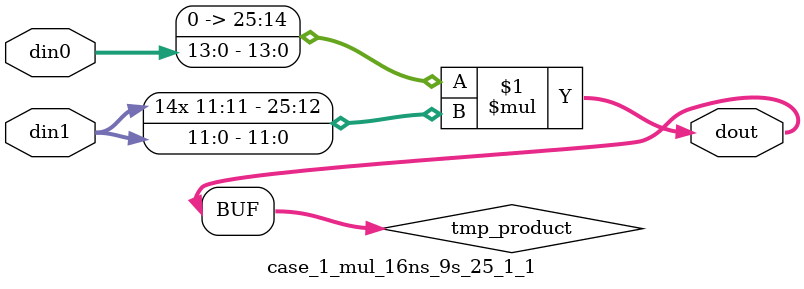
<source format=v>

`timescale 1 ns / 1 ps

 (* use_dsp = "no" *)  module case_1_mul_16ns_9s_25_1_1(din0, din1, dout);
parameter ID = 1;
parameter NUM_STAGE = 0;
parameter din0_WIDTH = 14;
parameter din1_WIDTH = 12;
parameter dout_WIDTH = 26;

input [din0_WIDTH - 1 : 0] din0; 
input [din1_WIDTH - 1 : 0] din1; 
output [dout_WIDTH - 1 : 0] dout;

wire signed [dout_WIDTH - 1 : 0] tmp_product;

























assign tmp_product = $signed({1'b0, din0}) * $signed(din1);










assign dout = tmp_product;





















endmodule

</source>
